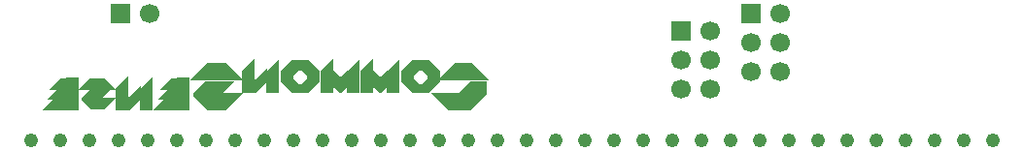
<source format=gbr>
G04 DipTrace 3.0.0.2*
G04 BottomMask.gbr*
%MOIN*%
G04 #@! TF.FileFunction,Soldermask,Bot*
G04 #@! TF.Part,Single*
%AMOUTLINE16*
4,1,4,
-0.088383,-0.029581,
0.088383,-0.029581,
0.029219,0.029581,
-0.029219,0.029581,
-0.088383,-0.029581,
0*%
%AMOUTLINE19*
4,1,7,
0.092999,0.050391,
0.039306,0.050391,
-0.001788,0.009297,
-0.098682,0.009297,
-0.038994,-0.050391,
0.038783,-0.050391,
0.093118,0.003943,
0.092999,0.050391,
0*%
%AMOUTLINE22*
4,1,17,
-0.005574,-0.026962,
-0.024441,-0.007908,
-0.024441,0.000686,
-0.004533,0.020656,
0.065113,0.020576,
0.030433,0.055436,
-0.030078,0.055436,
-0.066567,0.018946,
-0.066796,-0.018514,
-0.02965,-0.055436,
0.029652,-0.055436,
0.066786,-0.01845,
0.066786,0.02125,
0.003049,0.02116,
0.023529,0.000681,
0.023529,-0.007902,
0.004531,-0.026963,
-0.005574,-0.026962,
0*%
%AMOUTLINE25*
4,1,4,
0.021664,0.061003,
-0.021664,0.017675,
-0.021664,-0.055436,
0.021664,-0.055436,
0.021664,0.061003,
0*%
%AMOUTLINE28*
4,1,12,
-0.002509,0.061003,
-0.045837,0.017675,
-0.045837,-0.055436,
-0.002509,-0.055436,
-0.002509,-0.035027,
0.017845,-0.055436,
0.026779,-0.055436,
0.045837,-0.036458,
0.045837,0.019979,
0.026819,0.000863,
0.016073,0.000917,
-0.002509,0.019498,
-0.002509,0.061003,
0*%
%AMOUTLINE31*
4,1,12,
-0.002509,0.061003,
-0.045837,0.017675,
-0.045837,-0.055436,
-0.002509,-0.055436,
-0.002509,-0.035027,
0.017844,-0.055436,
0.026779,-0.055436,
0.045837,-0.036458,
0.045837,0.019979,
0.026819,0.000863,
0.016072,0.000917,
-0.002509,0.019498,
-0.002509,0.061003,
0*%
%AMOUTLINE34*
4,1,17,
-0.005575,-0.026962,
-0.024441,-0.007908,
-0.024441,0.000686,
-0.004534,0.020656,
0.065113,0.020576,
0.030433,0.055436,
-0.030078,0.055436,
-0.066567,0.018946,
-0.066796,-0.018514,
-0.02965,-0.055436,
0.029652,-0.055436,
0.066786,-0.01845,
0.066786,0.02125,
0.003049,0.02116,
0.023528,0.000682,
0.023528,-0.007902,
0.004531,-0.026963,
-0.005575,-0.026962,
0*%
%AMOUTLINE37*
4,1,4,
0.021664,0.06099,
-0.021664,0.017749,
-0.021664,-0.055436,
0.021664,-0.055436,
0.021664,0.06099,
0*%
%AMOUTLINE40*
4,1,8,
0.042545,0.026796,
0.002716,-0.012949,
0.000854,-0.012949,
0.000854,0.060977,
-0.042545,0.017751,
-0.042545,-0.055436,
0.005697,-0.055436,
0.042545,-0.018514,
0.042545,0.026796,
0*%
%AMOUTLINE43*
4,1,4,
-0.092337,-0.029581,
0.092324,-0.029581,
0.033161,0.029581,
-0.033054,0.029581,
-0.092337,-0.029581,
0*%
%AMOUTLINE46*
4,1,9,
-0.083318,-0.001706,
-0.034632,-0.050392,
0.029277,-0.050392,
0.088828,0.009402,
0.020855,0.009402,
0.02092,0.011895,
0.058929,0.050273,
-0.040106,0.050394,
-0.083155,0.007013,
-0.083318,-0.001706,
0*%
%AMOUTLINE49*
4,1,6,
0.05908,0.055436,
0.015752,0.055436,
0.015752,-0.020446,
-0.029584,-0.020446,
-0.064665,-0.055436,
0.05908,-0.055436,
0.05908,0.055436,
0*%
%AMOUTLINE52*
4,1,4,
0.031333,0.0176,
-0.001481,0.0176,
-0.036953,-0.0176,
0.031333,-0.0176,
0.031333,0.0176,
0*%
%AMOUTLINE55*
4,1,4,
0.028075,0.021033,
0.008496,0.021033,
-0.033656,-0.021033,
0.028075,-0.021033,
0.028075,0.021033,
0*%
%AMOUTLINE57*
4,1,8,
0.042545,0.026798,
0.002715,-0.012949,
0.000854,-0.012949,
0.000854,0.060977,
-0.042545,0.017751,
-0.042545,-0.055436,
0.005697,-0.055436,
0.042545,-0.018514,
0.042545,0.026798,
0*%
%AMOUTLINE59*
4,1,4,
-0.064731,-0.021033,
0.064718,-0.021033,
0.02265,0.021033,
-0.022579,0.021033,
-0.064731,-0.021033,
0*%
%AMOUTLINE62*
4,1,8,
-0.05687,-0.001668,
-0.023632,-0.034907,
0.020063,-0.034907,
0.062378,0.00758,
0.01545,0.00758,
0.042433,0.034825,
-0.027281,0.034909,
-0.056733,0.005228,
-0.05687,-0.001668,
0*%
%AMOUTLINE64*
4,1,6,
0.05908,0.055436,
0.015752,0.055436,
0.015752,-0.020446,
-0.029586,-0.020446,
-0.064665,-0.055436,
0.05908,-0.055436,
0.05908,0.055436,
0*%
%ADD70C,0.066929*%
%ADD72R,0.066929X0.066929*%
%ADD84C,0.047874*%
%ADD103OUTLINE16*%
%ADD106OUTLINE19*%
%ADD109OUTLINE22*%
%ADD112OUTLINE25*%
%ADD115OUTLINE28*%
%ADD118OUTLINE31*%
%ADD121OUTLINE34*%
%ADD124OUTLINE37*%
%ADD127OUTLINE40*%
%ADD130OUTLINE43*%
%ADD133OUTLINE46*%
%ADD136OUTLINE49*%
%ADD139OUTLINE52*%
%ADD142OUTLINE55*%
%ADD144OUTLINE57*%
%ADD146OUTLINE59*%
%ADD149OUTLINE62*%
%ADD151OUTLINE64*%
%FSLAX26Y26*%
G04*
G70*
G90*
G75*
G01*
G04 BotMask*
%LPD*%
D84*
X3739701Y445701D3*
X3639701D3*
X3539701D3*
X3439701D3*
X3339701D3*
X3239701D3*
X3139701D3*
X3039701D3*
X2939701D3*
X2839701D3*
X2739701D3*
X2639701D3*
X2539701D3*
X2439701D3*
X2339701D3*
X2239701D3*
X2139701D3*
X2039701D3*
X1939701D3*
X1839701D3*
X1739701D3*
X1639701D3*
X1539701D3*
X1439701D3*
X1339701D3*
X1239701D3*
X1139701D3*
X1039701D3*
X939701D3*
X839701D3*
X739701D3*
X639701D3*
X539701D3*
X439701D3*
D72*
X2907701Y882672D3*
D70*
X3007701D3*
X2907701Y782672D3*
X3007701D3*
X2907701Y682672D3*
X3007701D3*
D72*
X2667701Y822672D3*
D70*
X2767701D3*
X2667701Y722672D3*
X2767701D3*
X2667701Y622672D3*
X2767701D3*
D72*
X745701Y882701D3*
D70*
X845701D3*
D103*
X1920701Y681701D3*
D106*
X1910192Y599302D3*
D109*
X1774751Y665253D3*
D112*
X1681702Y665255D3*
D115*
X1615979D3*
D112*
X1543810D3*
D118*
X1478088D3*
D121*
X1360797Y665253D3*
D124*
X1267747Y665255D3*
D127*
X1205318D3*
D130*
X1076580Y682109D3*
D133*
X1080049Y599713D3*
D136*
X921255Y605066D3*
D139*
X907450Y601843D3*
D142*
X910709Y639469D3*
D124*
X835633Y605066D3*
D144*
X773202D3*
D146*
X666141Y639469D3*
D149*
X668453Y584537D3*
D151*
X542334Y605066D3*
D139*
X528529Y601843D3*
D142*
X531788Y639469D3*
M02*

</source>
